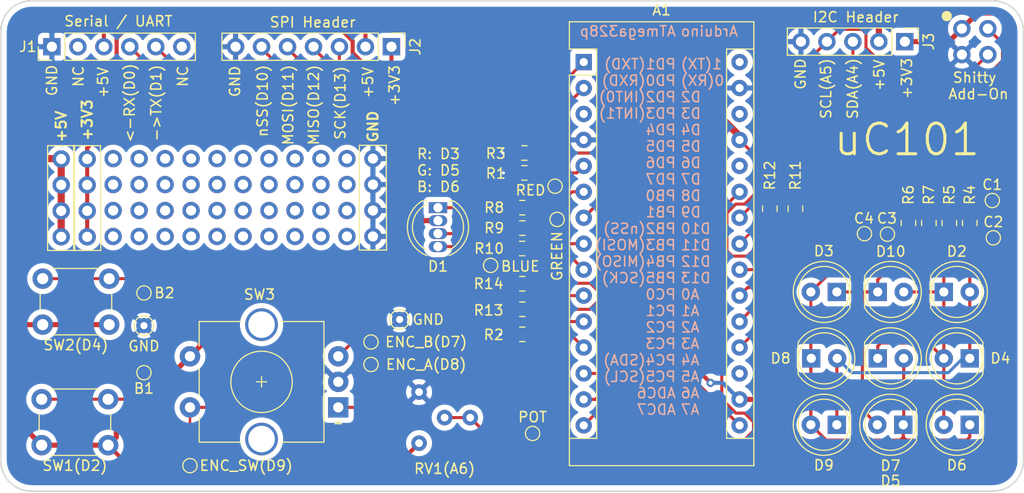
<source format=kicad_pcb>
(kicad_pcb (version 20171130) (host pcbnew 5.1.2-f72e74a~84~ubuntu18.04.1)
  (layers (0 F.Cu signal) (31 B.Cu signal) (34 B.Paste user) (35 F.Paste user) (36 B.SilkS user) (37 F.SilkS user) (38 B.Mask user) (39 F.Mask user) (44 Edge.Cuts user))
  (net 0 "")
  (net 1 /TX)
  (net 2 /RX)
  (net 3 /CHARILE_1)
  (net 4 GND)
  (net 5 /CHARILE_2)
  (net 6 /BUTTON_1)
  (net 7 /CHARILE_3)
  (net 8 /LED_RED)
  (net 9 /CHARILE_4)
  (net 10 /BUTTON_2)
  (net 11 /SDA)
  (net 12 /LED_GREEN)
  (net 13 /SCL)
  (net 14 /LED_BLUE)
  (net 15 /POT)
  (net 16 /ENCODER_A)
  (net 17 /ENCODER_B)
  (net 18 +5V)
  (net 19 /ENCODER_SW)
  (net 20 /MOSI)
  (net 21 /MISO)
  (net 22 /SCK)
  (net 23 "Net-(D1-Pad1)")
  (net 24 "Net-(D10-Pad2)")
  (net 25 "Net-(D2-Pad2)")
  (net 26 "Net-(D10-Pad1)")
  (net 27 "Net-(D3-Pad2)")
  (net 28 "Net-(D1-Pad3)")
  (net 29 "Net-(D1-Pad4)")
  (net 30 +3V3)
  (net 31 /nSS)
  (module Module:Arduino_Nano (layer F.Cu) (at 220 61)
    (fp_text reference A1 (at 7.62 -5.08) (layer F.SilkS))
    (fp_text value Arduino_Nano_v3.x)
    (pad 1 thru_hole rect (at 0 0) (size 1.6 1.6) (drill 0.8) (layers *.Cu *.Mask) (net 1 /TX))
    (pad 17 thru_hole oval (at 15.24 33.02) (size 1.6 1.6) (drill 0.8) (layers *.Cu *.Mask) (net 30 +3V3))
    (pad 2 thru_hole oval (at 0 2.54) (size 1.6 1.6) (drill 0.8) (layers *.Cu *.Mask) (net 2 /RX))
    (pad 18 thru_hole oval (at 15.24 30.48) (size 1.6 1.6) (drill 0.8) (layers *.Cu *.Mask))
    (pad 3 thru_hole oval (at 0 5.08) (size 1.6 1.6) (drill 0.8) (layers *.Cu *.Mask))
    (pad 19 thru_hole oval (at 15.24 27.94) (size 1.6 1.6) (drill 0.8) (layers *.Cu *.Mask) (net 7 /CHARILE_3))
    (pad 4 thru_hole oval (at 0 7.62) (size 1.6 1.6) (drill 0.8) (layers *.Cu *.Mask) (net 4 GND))
    (pad 20 thru_hole oval (at 15.24 25.4) (size 1.6 1.6) (drill 0.8) (layers *.Cu *.Mask) (net 9 /CHARILE_4))
    (pad 5 thru_hole oval (at 0 10.16) (size 1.6 1.6) (drill 0.8) (layers *.Cu *.Mask) (net 6 /BUTTON_1))
    (pad 21 thru_hole oval (at 15.24 22.86) (size 1.6 1.6) (drill 0.8) (layers *.Cu *.Mask) (net 5 /CHARILE_2))
    (pad 6 thru_hole oval (at 0 12.7) (size 1.6 1.6) (drill 0.8) (layers *.Cu *.Mask) (net 8 /LED_RED))
    (pad 22 thru_hole oval (at 15.24 20.32) (size 1.6 1.6) (drill 0.8) (layers *.Cu *.Mask) (net 3 /CHARILE_1))
    (pad 7 thru_hole oval (at 0 15.24) (size 1.6 1.6) (drill 0.8) (layers *.Cu *.Mask) (net 10 /BUTTON_2))
    (pad 23 thru_hole oval (at 15.24 17.78) (size 1.6 1.6) (drill 0.8) (layers *.Cu *.Mask) (net 11 /SDA))
    (pad 8 thru_hole oval (at 0 17.78) (size 1.6 1.6) (drill 0.8) (layers *.Cu *.Mask) (net 12 /LED_GREEN))
    (pad 24 thru_hole oval (at 15.24 15.24) (size 1.6 1.6) (drill 0.8) (layers *.Cu *.Mask) (net 13 /SCL))
    (pad 9 thru_hole oval (at 0 20.32) (size 1.6 1.6) (drill 0.8) (layers *.Cu *.Mask) (net 14 /LED_BLUE))
    (pad 25 thru_hole oval (at 15.24 12.7) (size 1.6 1.6) (drill 0.8) (layers *.Cu *.Mask) (net 15 /POT))
    (pad 10 thru_hole oval (at 0 22.86) (size 1.6 1.6) (drill 0.8) (layers *.Cu *.Mask) (net 17 /ENCODER_B))
    (pad 26 thru_hole oval (at 15.24 10.16) (size 1.6 1.6) (drill 0.8) (layers *.Cu *.Mask))
    (pad 11 thru_hole oval (at 0 25.4) (size 1.6 1.6) (drill 0.8) (layers *.Cu *.Mask) (net 16 /ENCODER_A))
    (pad 27 thru_hole oval (at 15.24 7.62) (size 1.6 1.6) (drill 0.8) (layers *.Cu *.Mask) (net 18 +5V))
    (pad 12 thru_hole oval (at 0 27.94) (size 1.6 1.6) (drill 0.8) (layers *.Cu *.Mask) (net 19 /ENCODER_SW))
    (pad 28 thru_hole oval (at 15.24 5.08) (size 1.6 1.6) (drill 0.8) (layers *.Cu *.Mask))
    (pad 13 thru_hole oval (at 0 30.48) (size 1.6 1.6) (drill 0.8) (layers *.Cu *.Mask) (net 31 /nSS))
    (pad 29 thru_hole oval (at 15.24 2.54) (size 1.6 1.6) (drill 0.8) (layers *.Cu *.Mask) (net 4 GND))
    (pad 14 thru_hole oval (at 0 33.02) (size 1.6 1.6) (drill 0.8) (layers *.Cu *.Mask) (net 20 /MOSI))
    (pad 30 thru_hole oval (at 15.24 0) (size 1.6 1.6) (drill 0.8) (layers *.Cu *.Mask))
    (pad 15 thru_hole oval (at 0 35.56) (size 1.6 1.6) (drill 0.8) (layers *.Cu *.Mask) (net 21 /MISO))
    (pad 16 thru_hole oval (at 15.24 35.56) (size 1.6 1.6) (drill 0.8) (layers *.Cu *.Mask) (net 22 /SCK))
  )
  (module Connector_PinHeader_2.54mm:PinHeader_1x05_P2.54mm_Vertical (layer F.Cu) (at 251.4 59 270)
    (fp_text reference J3 (at 0 -2.33 270) (layer F.SilkS))
    (fp_text value "I2C Header" (at -2.4 4.8) (layer F.SilkS))
    (pad 5 thru_hole oval (at 0 10.16 270) (size 1.7 1.7) (drill 1) (layers *.Cu *.Mask) (net 4 GND))
    (pad 4 thru_hole oval (at 0 7.62 270) (size 1.7 1.7) (drill 1) (layers *.Cu *.Mask) (net 13 /SCL))
    (pad 3 thru_hole oval (at 0 5.08 270) (size 1.7 1.7) (drill 1) (layers *.Cu *.Mask) (net 11 /SDA))
    (pad 2 thru_hole oval (at 0 2.54 270) (size 1.7 1.7) (drill 1) (layers *.Cu *.Mask) (net 18 +5V))
    (pad 1 thru_hole rect (at 0 0 270) (size 1.7 1.7) (drill 1) (layers *.Cu *.Mask) (net 30 +3V3))
  )
  (module TestPoint:TestPoint_Pad_D1.0mm (layer F.Cu) (at 181.5 100.5)
    (fp_text reference TP15)
    (fp_text value "ENC_SW(D9)" (at 5.5 0 180) (layer F.SilkS))
    (pad 1 smd circle (at 0 0) (size 1 1) (layers F.Cu F.Mask) (net 19 /ENCODER_SW))
  )
  (module Connector_PinHeader_2.54mm:PinHeader_1x07_P2.54mm_Vertical (layer F.Cu) (at 201.2 59.5 270)
    (fp_text reference J2 (at 0 -2.33 270) (layer F.SilkS))
    (fp_text value "SPI Header" (at -2.4 7.7) (layer F.SilkS))
    (pad 7 thru_hole oval (at 0 15.24 270) (size 1.7 1.7) (drill 1) (layers *.Cu *.Mask) (net 4 GND))
    (pad 6 thru_hole oval (at 0 12.7 270) (size 1.7 1.7) (drill 1) (layers *.Cu *.Mask) (net 31 /nSS))
    (pad 5 thru_hole oval (at 0 10.16 270) (size 1.7 1.7) (drill 1) (layers *.Cu *.Mask) (net 20 /MOSI))
    (pad 4 thru_hole oval (at 0 7.62 270) (size 1.7 1.7) (drill 1) (layers *.Cu *.Mask) (net 21 /MISO))
    (pad 3 thru_hole oval (at 0 5.08 270) (size 1.7 1.7) (drill 1) (layers *.Cu *.Mask) (net 22 /SCK))
    (pad 2 thru_hole oval (at 0 2.54 270) (size 1.7 1.7) (drill 1) (layers *.Cu *.Mask) (net 18 +5V))
    (pad 1 thru_hole rect (at 0 0 270) (size 1.7 1.7) (drill 1) (layers *.Cu *.Mask) (net 30 +3V3))
  )
  (module uC101:PinHole_1x04_P2.54mm_Vertical (layer F.Cu) (at 171.45 70.485)
    (fp_text reference J11 hide)
    (fp_text value Conn_01x04)
    (pad 1 thru_hole oval (at 0 0) (size 1.7 1.7) (drill 1) (layers *.Cu *.Mask) (net 30 +3V3))
    (pad 4 thru_hole oval (at 0 7.62) (size 1.7 1.7) (drill 1) (layers *.Cu *.Mask) (net 30 +3V3))
    (pad 3 thru_hole oval (at 0 5.08) (size 1.7 1.7) (drill 1) (layers *.Cu *.Mask) (net 30 +3V3))
    (pad 2 thru_hole oval (at 0 2.54) (size 1.7 1.7) (drill 1) (layers *.Cu *.Mask) (net 30 +3V3))
  )
  (module uC101:PinHole_1x04_P2.54mm_Vertical (layer F.Cu) (at 168.91 70.485)
    (fp_text reference J10 hide)
    (fp_text value Conn_01x04)
    (pad 1 thru_hole oval (at 0 0) (size 1.7 1.7) (drill 1) (layers *.Cu *.Mask) (net 18 +5V))
    (pad 4 thru_hole oval (at 0 7.62) (size 1.7 1.7) (drill 1) (layers *.Cu *.Mask) (net 18 +5V))
    (pad 3 thru_hole oval (at 0 5.08) (size 1.7 1.7) (drill 1) (layers *.Cu *.Mask) (net 18 +5V))
    (pad 2 thru_hole oval (at 0 2.54) (size 1.7 1.7) (drill 1) (layers *.Cu *.Mask) (net 18 +5V))
  )
  (module uC101:PinHole_1x04_P2.54mm_Vertical (layer F.Cu) (at 199.39 70.45)
    (fp_text reference J9 hide)
    (fp_text value Conn_01x04)
    (pad 1 thru_hole oval (at 0 0) (size 1.7 1.7) (drill 1) (layers *.Cu *.Mask) (net 4 GND))
    (pad 4 thru_hole oval (at 0 7.62) (size 1.7 1.7) (drill 1) (layers *.Cu *.Mask) (net 4 GND))
    (pad 3 thru_hole oval (at 0 5.08) (size 1.7 1.7) (drill 1) (layers *.Cu *.Mask) (net 4 GND))
    (pad 2 thru_hole oval (at 0 2.54) (size 1.7 1.7) (drill 1) (layers *.Cu *.Mask) (net 4 GND))
  )
  (module uC101:PinHole_1x10_P2.54mm_Vertical (layer F.Cu) (at 173.99 70.45 90)
    (fp_text reference J8 hide)
    (fp_text value Conn_01x10)
    (pad 1 thru_hole oval (at 0 0 90) (size 1.7 1.7) (drill 1) (layers *.Cu *.Mask))
    (pad 10 thru_hole oval (at 0 22.86 90) (size 1.7 1.7) (drill 1) (layers *.Cu *.Mask))
    (pad 9 thru_hole oval (at 0 20.32 90) (size 1.7 1.7) (drill 1) (layers *.Cu *.Mask))
    (pad 8 thru_hole oval (at 0 17.78 90) (size 1.7 1.7) (drill 1) (layers *.Cu *.Mask))
    (pad 7 thru_hole oval (at 0 15.24 90) (size 1.7 1.7) (drill 1) (layers *.Cu *.Mask))
    (pad 6 thru_hole oval (at 0 12.7 90) (size 1.7 1.7) (drill 1) (layers *.Cu *.Mask))
    (pad 5 thru_hole oval (at 0 10.16 90) (size 1.7 1.7) (drill 1) (layers *.Cu *.Mask))
    (pad 4 thru_hole oval (at 0 7.62 90) (size 1.7 1.7) (drill 1) (layers *.Cu *.Mask))
    (pad 3 thru_hole oval (at 0 5.08 90) (size 1.7 1.7) (drill 1) (layers *.Cu *.Mask))
    (pad 2 thru_hole oval (at 0 2.54 90) (size 1.7 1.7) (drill 1) (layers *.Cu *.Mask))
  )
  (module uC101:PinHole_1x10_P2.54mm_Vertical (layer F.Cu) (at 173.99 78.07 90)
    (fp_text reference J7 hide)
    (fp_text value Conn_01x10)
    (pad 1 thru_hole oval (at 0 0 90) (size 1.7 1.7) (drill 1) (layers *.Cu *.Mask))
    (pad 10 thru_hole oval (at 0 22.86 90) (size 1.7 1.7) (drill 1) (layers *.Cu *.Mask))
    (pad 9 thru_hole oval (at 0 20.32 90) (size 1.7 1.7) (drill 1) (layers *.Cu *.Mask))
    (pad 8 thru_hole oval (at 0 17.78 90) (size 1.7 1.7) (drill 1) (layers *.Cu *.Mask))
    (pad 7 thru_hole oval (at 0 15.24 90) (size 1.7 1.7) (drill 1) (layers *.Cu *.Mask))
    (pad 6 thru_hole oval (at 0 12.7 90) (size 1.7 1.7) (drill 1) (layers *.Cu *.Mask))
    (pad 5 thru_hole oval (at 0 10.16 90) (size 1.7 1.7) (drill 1) (layers *.Cu *.Mask))
    (pad 4 thru_hole oval (at 0 7.62 90) (size 1.7 1.7) (drill 1) (layers *.Cu *.Mask))
    (pad 3 thru_hole oval (at 0 5.08 90) (size 1.7 1.7) (drill 1) (layers *.Cu *.Mask))
    (pad 2 thru_hole oval (at 0 2.54 90) (size 1.7 1.7) (drill 1) (layers *.Cu *.Mask))
  )
  (module uC101:PinHole_1x10_P2.54mm_Vertical (layer F.Cu) (at 173.99 75.53 90)
    (fp_text reference J6 hide)
    (fp_text value Conn_01x10)
    (pad 1 thru_hole oval (at 0 0 90) (size 1.7 1.7) (drill 1) (layers *.Cu *.Mask))
    (pad 10 thru_hole oval (at 0 22.86 90) (size 1.7 1.7) (drill 1) (layers *.Cu *.Mask))
    (pad 9 thru_hole oval (at 0 20.32 90) (size 1.7 1.7) (drill 1) (layers *.Cu *.Mask))
    (pad 8 thru_hole oval (at 0 17.78 90) (size 1.7 1.7) (drill 1) (layers *.Cu *.Mask))
    (pad 7 thru_hole oval (at 0 15.24 90) (size 1.7 1.7) (drill 1) (layers *.Cu *.Mask))
    (pad 6 thru_hole oval (at 0 12.7 90) (size 1.7 1.7) (drill 1) (layers *.Cu *.Mask))
    (pad 5 thru_hole oval (at 0 10.16 90) (size 1.7 1.7) (drill 1) (layers *.Cu *.Mask))
    (pad 4 thru_hole oval (at 0 7.62 90) (size 1.7 1.7) (drill 1) (layers *.Cu *.Mask))
    (pad 3 thru_hole oval (at 0 5.08 90) (size 1.7 1.7) (drill 1) (layers *.Cu *.Mask))
    (pad 2 thru_hole oval (at 0 2.54 90) (size 1.7 1.7) (drill 1) (layers *.Cu *.Mask))
  )
  (module uC101:PinHole_1x10_P2.54mm_Vertical (layer F.Cu) (at 173.99 72.99 90)
    (fp_text reference J5 hide)
    (fp_text value Conn_01x10)
    (pad 1 thru_hole oval (at 0 0 90) (size 1.7 1.7) (drill 1) (layers *.Cu *.Mask))
    (pad 10 thru_hole oval (at 0 22.86 90) (size 1.7 1.7) (drill 1) (layers *.Cu *.Mask))
    (pad 9 thru_hole oval (at 0 20.32 90) (size 1.7 1.7) (drill 1) (layers *.Cu *.Mask))
    (pad 8 thru_hole oval (at 0 17.78 90) (size 1.7 1.7) (drill 1) (layers *.Cu *.Mask))
    (pad 7 thru_hole oval (at 0 15.24 90) (size 1.7 1.7) (drill 1) (layers *.Cu *.Mask))
    (pad 6 thru_hole oval (at 0 12.7 90) (size 1.7 1.7) (drill 1) (layers *.Cu *.Mask))
    (pad 5 thru_hole oval (at 0 10.16 90) (size 1.7 1.7) (drill 1) (layers *.Cu *.Mask))
    (pad 4 thru_hole oval (at 0 7.62 90) (size 1.7 1.7) (drill 1) (layers *.Cu *.Mask))
    (pad 3 thru_hole oval (at 0 5.08 90) (size 1.7 1.7) (drill 1) (layers *.Cu *.Mask))
    (pad 2 thru_hole oval (at 0 2.54 90) (size 1.7 1.7) (drill 1) (layers *.Cu *.Mask))
  )
  (module TestPoint:TestPoint_THTPad_D1.5mm_Drill0.7mm (layer F.Cu) (at 177 86.8)
    (fp_text reference TP14 hide)
    (fp_text value GND (at 0 2) (layer F.SilkS))
    (pad 1 thru_hole circle (at 0 0) (size 1.5 1.5) (drill 0.7) (layers *.Cu *.Mask) (net 4 GND))
  )
  (module TestPoint:TestPoint_THTPad_D1.5mm_Drill0.7mm (layer F.Cu) (at 202 86.2)
    (fp_text reference TP13 hide)
    (fp_text value GND (at 2.8 0) (layer F.SilkS))
    (pad 1 thru_hole circle (at 0 0) (size 1.5 1.5) (drill 0.7) (layers *.Cu *.Mask) (net 4 GND))
  )
  (module TestPoint:TestPoint_Pad_D1.0mm (layer F.Cu) (at 215 97.35)
    (fp_text reference TP12 hide)
    (fp_text value POT (at 0 -1.6) (layer F.SilkS))
    (pad 1 smd circle (at 0 0) (size 1 1) (layers F.Cu F.Mask) (net 15 /POT))
  )
  (module TestPoint:TestPoint_Pad_D1.0mm (layer F.Cu) (at 217.4 76.4)
    (fp_text reference TP11 hide)
    (fp_text value GREEN (at 0 3.6 90) (layer F.SilkS))
    (pad 1 smd circle (at 0 0) (size 1 1) (layers F.Cu F.Mask) (net 12 /LED_GREEN))
  )
  (module TestPoint:TestPoint_Pad_D1.0mm (layer F.Cu) (at 210.9 80.9)
    (fp_text reference TP10 hide)
    (fp_text value BLUE (at 2.9 0.1) (layer F.SilkS))
    (pad 1 smd circle (at 0 0) (size 1 1) (layers F.Cu F.Mask) (net 14 /LED_BLUE))
  )
  (module TestPoint:TestPoint_Pad_D1.0mm (layer F.Cu) (at 217.2 73.15)
    (fp_text reference TP9 hide)
    (fp_text value RED (at -2.4 0.4) (layer F.SilkS))
    (pad 1 smd circle (at 0 0) (size 1 1) (layers F.Cu F.Mask) (net 8 /LED_RED))
  )
  (module TestPoint:TestPoint_Pad_D1.0mm (layer F.Cu) (at 247.45 77.8)
    (fp_text reference TP8 hide)
    (fp_text value C4 (at -0.05 -1.5) (layer F.SilkS))
    (pad 1 smd circle (at 0 0) (size 1 1) (layers F.Cu F.Mask) (net 26 "Net-(D10-Pad1)"))
  )
  (module TestPoint:TestPoint_Pad_D1.0mm (layer F.Cu) (at 249.7 77.85)
    (fp_text reference TP7 hide)
    (fp_text value C3 (at -0.05 -1.55) (layer F.SilkS))
    (pad 1 smd circle (at 0 0) (size 1 1) (layers F.Cu F.Mask) (net 27 "Net-(D3-Pad2)"))
  )
  (module TestPoint:TestPoint_Pad_D1.0mm (layer F.Cu) (at 260.05 78.2)
    (fp_text reference TP6 hide)
    (fp_text value C2 (at 0 -1.55) (layer F.SilkS))
    (pad 1 smd circle (at 0 0) (size 1 1) (layers F.Cu F.Mask) (net 24 "Net-(D10-Pad2)"))
  )
  (module TestPoint:TestPoint_Pad_D1.0mm (layer F.Cu) (at 259.95 74.55)
    (fp_text reference TP5 hide)
    (fp_text value C1 (at 0 -1.55) (layer F.SilkS))
    (pad 1 smd circle (at 0 0) (size 1 1) (layers F.Cu F.Mask) (net 25 "Net-(D2-Pad2)"))
  )
  (module TestPoint:TestPoint_Pad_D1.0mm (layer F.Cu) (at 177 83.6)
    (fp_text reference TP4 hide)
    (fp_text value B2 (at 2 0) (layer F.SilkS))
    (pad 1 smd circle (at 0 0) (size 1 1) (layers F.Cu F.Mask) (net 10 /BUTTON_2))
  )
  (module TestPoint:TestPoint_Pad_D1.0mm (layer F.Cu) (at 199.2 90.6)
    (fp_text reference TP3 hide)
    (fp_text value "ENC_A(D8)" (at 5.4 0) (layer F.SilkS))
    (pad 1 smd circle (at 0 0) (size 1 1) (layers F.Cu F.Mask) (net 16 /ENCODER_A))
  )
  (module TestPoint:TestPoint_Pad_D1.0mm (layer F.Cu) (at 177 91.4)
    (fp_text reference TP2 hide)
    (fp_text value B1 (at 0 1.55) (layer F.SilkS))
    (pad 1 smd circle (at 0 0) (size 1 1) (layers F.Cu F.Mask) (net 6 /BUTTON_1))
  )
  (module TestPoint:TestPoint_Pad_D1.0mm (layer F.Cu) (at 199.2 88.4)
    (fp_text reference TP1 hide)
    (fp_text value "ENC_B(D7)" (at 5.4 0) (layer F.SilkS))
    (pad 1 smd circle (at 0 0) (size 1 1) (layers F.Cu F.Mask) (net 17 /ENCODER_B))
  )
  (module Resistor_SMD:R_0805_2012Metric_Pad1.15x1.40mm_HandSolder (layer F.Cu) (at 214 82.7)
    (fp_text reference R14 (at -3.3 0) (layer F.SilkS))
    (fp_text value 10K)
    (pad 2 smd roundrect (at 1.025 0) (size 1.15 1.4) (layers F.Cu F.Paste F.Mask) (roundrect_rratio 0.217391) (net 17 /ENCODER_B))
    (pad 1 smd roundrect (at -1.025 0) (size 1.15 1.4) (layers F.Cu F.Paste F.Mask) (roundrect_rratio 0.217391) (net 18 +5V))
  )
  (module Resistor_SMD:R_0805_2012Metric_Pad1.15x1.40mm_HandSolder (layer F.Cu) (at 214 85.2)
    (fp_text reference R13 (at -3.3 0.1) (layer F.SilkS))
    (fp_text value 10K)
    (pad 2 smd roundrect (at 1.025 0) (size 1.15 1.4) (layers F.Cu F.Paste F.Mask) (roundrect_rratio 0.217391) (net 16 /ENCODER_A))
    (pad 1 smd roundrect (at -1.025 0) (size 1.15 1.4) (layers F.Cu F.Paste F.Mask) (roundrect_rratio 0.217391) (net 18 +5V))
  )
  (module Resistor_SMD:R_0805_2012Metric_Pad1.15x1.40mm_HandSolder (layer F.Cu) (at 238.2 75.35 90)
    (fp_text reference R12 (at 3.25 0 90) (layer F.SilkS))
    (fp_text value 4K7)
    (pad 2 smd roundrect (at 1.025 0 90) (size 1.15 1.4) (layers F.Cu F.Paste F.Mask) (roundrect_rratio 0.217391) (net 13 /SCL))
    (pad 1 smd roundrect (at -1.025 0 90) (size 1.15 1.4) (layers F.Cu F.Paste F.Mask) (roundrect_rratio 0.217391) (net 18 +5V))
  )
  (module Resistor_SMD:R_0805_2012Metric_Pad1.15x1.40mm_HandSolder (layer F.Cu) (at 240.7 75.35 90)
    (fp_text reference R11 (at 3.25 0 90) (layer F.SilkS))
    (fp_text value 4K7)
    (pad 2 smd roundrect (at 1.025 0 90) (size 1.15 1.4) (layers F.Cu F.Paste F.Mask) (roundrect_rratio 0.217391) (net 11 /SDA))
    (pad 1 smd roundrect (at -1.025 0 90) (size 1.15 1.4) (layers F.Cu F.Paste F.Mask) (roundrect_rratio 0.217391) (net 18 +5V))
  )
  (module uC101:PotentiometerAliExpress (layer F.Cu) (at 206.4 95.8 270)
    (fp_text reference "RV1(A6)" (at 5 0) (layer F.SilkS))
    (fp_text value "10K Pot")
    (pad 1 thru_hole circle (at -2.5 2.5 270) (size 1.524 1.524) (drill 0.762) (layers *.Cu *.Mask) (net 4 GND))
    (pad 3 thru_hole circle (at 2.5 2.5 270) (size 1.524 1.524) (drill 0.762) (layers *.Cu *.Mask) (net 18 +5V))
    (pad 2 thru_hole circle (at 0 0 270) (size 1.524 1.524) (drill 0.762) (layers *.Cu *.Mask) (net 15 /POT))
    (pad 2 thru_hole circle (at 0 -2.5 270) (size 1.524 1.524) (drill 0.762) (layers *.Cu *.Mask) (net 15 /POT))
  )
  (module Rotary_Encoder:RotaryEncoder_Alps_EC11E-Switch_Vertical_H20mm_CircularMountingHoles (layer F.Cu) (at 196 94.8 180)
    (fp_text reference SW3 (at 7.7 11.05 180) (layer F.SilkS))
    (fp_text value Rotary_Encoder_Switch)
    (pad S1 thru_hole circle (at 14.5 5 180) (size 2 2) (drill 1) (layers *.Cu *.Mask) (net 18 +5V))
    (pad S2 thru_hole circle (at 14.5 0 180) (size 2 2) (drill 1) (layers *.Cu *.Mask) (net 19 /ENCODER_SW))
    (pad MP thru_hole circle (at 7.5 8.1 180) (size 3.2 3.2) (drill 2.6) (layers *.Cu *.Mask))
    (pad MP thru_hole circle (at 7.5 -3.1 180) (size 3.2 3.2) (drill 2.6) (layers *.Cu *.Mask))
    (pad B thru_hole circle (at 0 5 180) (size 2 2) (drill 1) (layers *.Cu *.Mask) (net 17 /ENCODER_B))
    (pad C thru_hole circle (at 0 2.5 180) (size 2 2) (drill 1) (layers *.Cu *.Mask) (net 4 GND))
    (pad A thru_hole rect (at 0 0 180) (size 2 2) (drill 1) (layers *.Cu *.Mask) (net 16 /ENCODER_A))
  )
  (module uC101:SAO (layer F.Cu) (at 258.25 59)
    (fp_text reference J4)
    (fp_text value SAO_Conn)
    (pad 4 thru_hole circle (at 1.27 -1.27 270) (size 1.7 1.7) (drill 1) (layers *.Cu *.Mask) (net 11 /SDA))
    (pad 1 thru_hole circle (at -1.27 -1.27 270) (size 1.7 1.7) (drill 1) (layers *.Cu *.Mask) (net 30 +3V3))
    (pad 3 thru_hole circle (at 1.27 1.27 270) (size 1.7 1.7) (drill 1) (layers *.Cu *.Mask) (net 13 /SCL))
    (pad 2 thru_hole circle (at -1.27 1.27 270) (size 1.7 1.7) (drill 1) (layers *.Cu *.Mask) (net 4 GND))
  )
  (module LED_THT:LED_D5.0mm-4_RGB (layer F.Cu) (at 205.75 75.25 270)
    (fp_text reference D1 (at 5.75 0) (layer F.SilkS))
    (fp_text value LED_RAGB)
    (pad 4 thru_hole oval (at 3.81 0 270) (size 1.07 1.8) (drill 0.9) (layers *.Cu *.Mask) (net 29 "Net-(D1-Pad4)"))
    (pad 3 thru_hole oval (at 2.54 0 270) (size 1.07 1.8) (drill 0.9) (layers *.Cu *.Mask) (net 28 "Net-(D1-Pad3)"))
    (pad 2 thru_hole oval (at 1.27 0 270) (size 1.07 1.8) (drill 0.9) (layers *.Cu *.Mask) (net 18 +5V))
    (pad 1 thru_hole rect (at 0 0 270) (size 1.07 1.8) (drill 0.9) (layers *.Cu *.Mask) (net 23 "Net-(D1-Pad1)"))
  )
  (module LED_THT:LED_D5.0mm (layer F.Cu) (at 255.21 83.5)
    (fp_text reference D2 (at 1.27 -3.96) (layer F.SilkS))
    (fp_text value LED)
    (pad 1 thru_hole rect (at 0 0) (size 1.8 1.8) (drill 0.9) (layers *.Cu *.Mask) (net 24 "Net-(D10-Pad2)"))
    (pad 2 thru_hole circle (at 2.54 0) (size 1.8 1.8) (drill 0.9) (layers *.Cu *.Mask) (net 25 "Net-(D2-Pad2)"))
  )
  (module LED_THT:LED_D5.0mm (layer F.Cu) (at 244.75 83.5 180)
    (fp_text reference D3 (at 1.27 4 180) (layer F.SilkS))
    (fp_text value LED)
    (pad 1 thru_hole rect (at 0 0 180) (size 1.8 1.8) (drill 0.9) (layers *.Cu *.Mask) (net 26 "Net-(D10-Pad1)"))
    (pad 2 thru_hole circle (at 2.54 0 180) (size 1.8 1.8) (drill 0.9) (layers *.Cu *.Mask) (net 27 "Net-(D3-Pad2)"))
  )
  (module LED_THT:LED_D5.0mm (layer F.Cu) (at 257.75 90 180)
    (fp_text reference D4 (at -3 0 180) (layer F.SilkS))
    (fp_text value LED)
    (pad 2 thru_hole circle (at 2.54 0 180) (size 1.8 1.8) (drill 0.9) (layers *.Cu *.Mask) (net 24 "Net-(D10-Pad2)"))
    (pad 1 thru_hole rect (at 0 0 180) (size 1.8 1.8) (drill 0.9) (layers *.Cu *.Mask) (net 25 "Net-(D2-Pad2)"))
  )
  (module LED_THT:LED_D5.0mm (layer F.Cu) (at 251.25 96.5 180)
    (fp_text reference D5 (at 1.25 -5.5 180) (layer F.SilkS))
    (fp_text value LED)
    (pad 2 thru_hole circle (at 2.54 0 180) (size 1.8 1.8) (drill 0.9) (layers *.Cu *.Mask) (net 26 "Net-(D10-Pad1)"))
    (pad 1 thru_hole rect (at 0 0 180) (size 1.8 1.8) (drill 0.9) (layers *.Cu *.Mask) (net 27 "Net-(D3-Pad2)"))
  )
  (module LED_THT:LED_D5.0mm (layer F.Cu) (at 257.75 96.5 180)
    (fp_text reference D6 (at 1.27 -3.96 180) (layer F.SilkS))
    (fp_text value LED)
    (pad 1 thru_hole rect (at 0 0 180) (size 1.8 1.8) (drill 0.9) (layers *.Cu *.Mask) (net 27 "Net-(D3-Pad2)"))
    (pad 2 thru_hole circle (at 2.54 0 180) (size 1.8 1.8) (drill 0.9) (layers *.Cu *.Mask) (net 24 "Net-(D10-Pad2)"))
  )
  (module LED_THT:LED_D5.0mm (layer F.Cu) (at 248.75 90)
    (fp_text reference D7 (at 1.25 10.5) (layer F.SilkS))
    (fp_text value LED)
    (pad 2 thru_hole circle (at 2.54 0) (size 1.8 1.8) (drill 0.9) (layers *.Cu *.Mask) (net 27 "Net-(D3-Pad2)"))
    (pad 1 thru_hole rect (at 0 0) (size 1.8 1.8) (drill 0.9) (layers *.Cu *.Mask) (net 24 "Net-(D10-Pad2)"))
  )
  (module LED_THT:LED_D5.0mm (layer F.Cu) (at 242.25 90)
    (fp_text reference D8 (at -3 0) (layer F.SilkS))
    (fp_text value LED)
    (pad 1 thru_hole rect (at 0 0) (size 1.8 1.8) (drill 0.9) (layers *.Cu *.Mask) (net 27 "Net-(D3-Pad2)"))
    (pad 2 thru_hole circle (at 2.54 0) (size 1.8 1.8) (drill 0.9) (layers *.Cu *.Mask) (net 25 "Net-(D2-Pad2)"))
  )
  (module LED_THT:LED_D5.0mm (layer F.Cu) (at 244.75 96.5 180)
    (fp_text reference D9 (at 1.27 -3.96 180) (layer F.SilkS))
    (fp_text value LED)
    (pad 1 thru_hole rect (at 0 0 180) (size 1.8 1.8) (drill 0.9) (layers *.Cu *.Mask) (net 25 "Net-(D2-Pad2)"))
    (pad 2 thru_hole circle (at 2.54 0 180) (size 1.8 1.8) (drill 0.9) (layers *.Cu *.Mask) (net 27 "Net-(D3-Pad2)"))
  )
  (module LED_THT:LED_D5.0mm (layer F.Cu) (at 248.75 83.5)
    (fp_text reference D10 (at 1.27 -3.96) (layer F.SilkS))
    (fp_text value LED)
    (pad 2 thru_hole circle (at 2.54 0) (size 1.8 1.8) (drill 0.9) (layers *.Cu *.Mask) (net 24 "Net-(D10-Pad2)"))
    (pad 1 thru_hole rect (at 0 0) (size 1.8 1.8) (drill 0.9) (layers *.Cu *.Mask) (net 26 "Net-(D10-Pad1)"))
  )
  (module Connector_PinHeader_2.54mm:PinHeader_1x06_P2.54mm_Vertical (layer F.Cu) (at 168 59.5 90)
    (fp_text reference J1 (at 0 -2.35 180) (layer F.SilkS))
    (fp_text value "Serial / UART" (at 2.5 6.5 -180) (layer F.SilkS))
    (pad 6 thru_hole oval (at 0 12.7 90) (size 1.7 1.7) (drill 1) (layers *.Cu *.Mask))
    (pad 5 thru_hole oval (at 0 10.16 90) (size 1.7 1.7) (drill 1) (layers *.Cu *.Mask) (net 1 /TX))
    (pad 4 thru_hole oval (at 0 7.62 90) (size 1.7 1.7) (drill 1) (layers *.Cu *.Mask) (net 2 /RX))
    (pad 3 thru_hole oval (at 0 5.08 90) (size 1.7 1.7) (drill 1) (layers *.Cu *.Mask) (net 18 +5V))
    (pad 2 thru_hole oval (at 0 2.54 90) (size 1.7 1.7) (drill 1) (layers *.Cu *.Mask))
    (pad 1 thru_hole rect (at 0 0 90) (size 1.7 1.7) (drill 1) (layers *.Cu *.Mask) (net 4 GND))
  )
  (module Resistor_SMD:R_0805_2012Metric_Pad1.15x1.40mm_HandSolder (layer F.Cu) (at 214.2 71.85 180)
    (fp_text reference R1 (at 2.8 -0.05 180) (layer F.SilkS))
    (fp_text value 10K)
    (pad 2 smd roundrect (at 1.025 0 180) (size 1.15 1.4) (layers F.Cu F.Paste F.Mask) (roundrect_rratio 0.217391) (net 4 GND))
    (pad 1 smd roundrect (at -1.025 0 180) (size 1.15 1.4) (layers F.Cu F.Paste F.Mask) (roundrect_rratio 0.217391) (net 6 /BUTTON_1))
  )
  (module Resistor_SMD:R_0805_2012Metric_Pad1.15x1.40mm_HandSolder (layer F.Cu) (at 214 87.65 180)
    (fp_text reference R2 (at 2.8 -0.05 180) (layer F.SilkS))
    (fp_text value 10K)
    (pad 1 smd roundrect (at -1.025 0 180) (size 1.15 1.4) (layers F.Cu F.Paste F.Mask) (roundrect_rratio 0.217391) (net 19 /ENCODER_SW))
    (pad 2 smd roundrect (at 1.025 0 180) (size 1.15 1.4) (layers F.Cu F.Paste F.Mask) (roundrect_rratio 0.217391) (net 4 GND))
  )
  (module Resistor_SMD:R_0805_2012Metric_Pad1.15x1.40mm_HandSolder (layer F.Cu) (at 214.2 69.9 180)
    (fp_text reference R3 (at 2.8 -0.05 180) (layer F.SilkS))
    (fp_text value 10K)
    (pad 2 smd roundrect (at 1.025 0 180) (size 1.15 1.4) (layers F.Cu F.Paste F.Mask) (roundrect_rratio 0.217391) (net 4 GND))
    (pad 1 smd roundrect (at -1.025 0 180) (size 1.15 1.4) (layers F.Cu F.Paste F.Mask) (roundrect_rratio 0.217391) (net 10 /BUTTON_2))
  )
  (module Resistor_SMD:R_0805_2012Metric_Pad1.15x1.40mm_HandSolder (layer F.Cu) (at 257.75 76.75 90)
    (fp_text reference R4 (at 2.75 0 90) (layer F.SilkS))
    (fp_text value 330R)
    (pad 2 smd roundrect (at 1.025 0 90) (size 1.15 1.4) (layers F.Cu F.Paste F.Mask) (roundrect_rratio 0.217391) (net 3 /CHARILE_1))
    (pad 1 smd roundrect (at -1.025 0 90) (size 1.15 1.4) (layers F.Cu F.Paste F.Mask) (roundrect_rratio 0.217391) (net 25 "Net-(D2-Pad2)"))
  )
  (module Resistor_SMD:R_0805_2012Metric_Pad1.15x1.40mm_HandSolder (layer F.Cu) (at 255.75 76.75 90)
    (fp_text reference R5 (at 2.75 0 90) (layer F.SilkS))
    (fp_text value 330R)
    (pad 1 smd roundrect (at -1.025 0 90) (size 1.15 1.4) (layers F.Cu F.Paste F.Mask) (roundrect_rratio 0.217391) (net 24 "Net-(D10-Pad2)"))
    (pad 2 smd roundrect (at 1.025 0 90) (size 1.15 1.4) (layers F.Cu F.Paste F.Mask) (roundrect_rratio 0.217391) (net 5 /CHARILE_2))
  )
  (module Resistor_SMD:R_0805_2012Metric_Pad1.15x1.40mm_HandSolder (layer F.Cu) (at 251.75 76.75 90)
    (fp_text reference R6 (at 2.75 0 90) (layer F.SilkS))
    (fp_text value 330R)
    (pad 2 smd roundrect (at 1.025 0 90) (size 1.15 1.4) (layers F.Cu F.Paste F.Mask) (roundrect_rratio 0.217391) (net 7 /CHARILE_3))
    (pad 1 smd roundrect (at -1.025 0 90) (size 1.15 1.4) (layers F.Cu F.Paste F.Mask) (roundrect_rratio 0.217391) (net 27 "Net-(D3-Pad2)"))
  )
  (module Resistor_SMD:R_0805_2012Metric_Pad1.15x1.40mm_HandSolder (layer F.Cu) (at 253.75 76.75 90)
    (fp_text reference R7 (at 2.75 0 90) (layer F.SilkS))
    (fp_text value 330R)
    (pad 1 smd roundrect (at -1.025 0 90) (size 1.15 1.4) (layers F.Cu F.Paste F.Mask) (roundrect_rratio 0.217391) (net 26 "Net-(D10-Pad1)"))
    (pad 2 smd roundrect (at 1.025 0 90) (size 1.15 1.4) (layers F.Cu F.Paste F.Mask) (roundrect_rratio 0.217391) (net 9 /CHARILE_4))
  )
  (module Resistor_SMD:R_0805_2012Metric_Pad1.15x1.40mm_HandSolder (layer F.Cu) (at 214 75.25 180)
    (fp_text reference R8 (at 2.75 0 180) (layer F.SilkS))
    (fp_text value 330R)
    (pad 1 smd roundrect (at -1.025 0 180) (size 1.15 1.4) (layers F.Cu F.Paste F.Mask) (roundrect_rratio 0.217391) (net 8 /LED_RED))
    (pad 2 smd roundrect (at 1.025 0 180) (size 1.15 1.4) (layers F.Cu F.Paste F.Mask) (roundrect_rratio 0.217391) (net 23 "Net-(D1-Pad1)"))
  )
  (module Resistor_SMD:R_0805_2012Metric_Pad1.15x1.40mm_HandSolder (layer F.Cu) (at 214 77.25 180)
    (fp_text reference R9 (at 2.75 0 180) (layer F.SilkS))
    (fp_text value 330R)
    (pad 2 smd roundrect (at 1.025 0 180) (size 1.15 1.4) (layers F.Cu F.Paste F.Mask) (roundrect_rratio 0.217391) (net 28 "Net-(D1-Pad3)"))
    (pad 1 smd roundrect (at -1.025 0 180) (size 1.15 1.4) (layers F.Cu F.Paste F.Mask) (roundrect_rratio 0.217391) (net 12 /LED_GREEN))
  )
  (module Resistor_SMD:R_0805_2012Metric_Pad1.15x1.40mm_HandSolder (layer F.Cu) (at 213.975 79.25 180)
    (fp_text reference R10 (at 3.225 0 180) (layer F.SilkS))
    (fp_text value 330R)
    (pad 1 smd roundrect (at -1.025 0 180) (size 1.15 1.4) (layers F.Cu F.Paste F.Mask) (roundrect_rratio 0.217391) (net 14 /LED_BLUE))
    (pad 2 smd roundrect (at 1.025 0 180) (size 1.15 1.4) (layers F.Cu F.Paste F.Mask) (roundrect_rratio 0.217391) (net 29 "Net-(D1-Pad4)"))
  )
  (module Button_Switch_THT:SW_PUSH_6mm_H4.3mm (layer F.Cu) (at 173.5 98.5 180)
    (fp_text reference "SW1(D2)" (at 3.25 -2 180) (layer F.SilkS))
    (fp_text value SW_Push)
    (pad 1 thru_hole circle (at 6.5 0 270) (size 2 2) (drill 1.1) (layers *.Cu *.Mask) (net 18 +5V))
    (pad 2 thru_hole circle (at 6.5 4.5 270) (size 2 2) (drill 1.1) (layers *.Cu *.Mask) (net 6 /BUTTON_1))
    (pad 1 thru_hole circle (at 0 0 270) (size 2 2) (drill 1.1) (layers *.Cu *.Mask) (net 18 +5V))
    (pad 2 thru_hole circle (at 0 4.5 270) (size 2 2) (drill 1.1) (layers *.Cu *.Mask) (net 6 /BUTTON_1))
  )
  (module Button_Switch_THT:SW_PUSH_6mm_H4.3mm (layer F.Cu) (at 173.6 86.7 180)
    (fp_text reference "SW2(D4)" (at 3.25 -2 180) (layer F.SilkS))
    (fp_text value SW_Push)
    (pad 2 thru_hole circle (at 0 4.5 270) (size 2 2) (drill 1.1) (layers *.Cu *.Mask) (net 10 /BUTTON_2))
    (pad 1 thru_hole circle (at 0 0 270) (size 2 2) (drill 1.1) (layers *.Cu *.Mask) (net 18 +5V))
    (pad 2 thru_hole circle (at 6.5 4.5 270) (size 2 2) (drill 1.1) (layers *.Cu *.Mask) (net 10 /BUTTON_2))
    (pad 1 thru_hole circle (at 6.5 0 270) (size 2 2) (drill 1.1) (layers *.Cu *.Mask) (net 18 +5V))
  )
  (gr_text "ATmega328p\n\nPD1(TXD)\nPD0(RXD)\nPD2(INT0)\nPD3(INT1)\nPD4\nPD5\nPD6\nPD7\nPB0\nPB1\nPB2(nSS)\nPB3(MOSI)\nPB4(MISO)\nPB5(SCK)\nPC0\nPC1\nPC2\nPC3\nPC4(SDA)\nPC5(SCL)\nADC6\nADC7\n" (at 229.1 76.5) (layer B.SilkS) (effects (font (size 1 1)) (justify left mirror)))
  (gr_text "Arduino\n\n1(TX)\n0(RX)\nD2\nD3\nD4\nD5\nD6\nD7\nD8\nD9\nD10\nD11\nD12\nD13\nA0\nA1\nA2\nA3\nA4\nA5\nA6\nA7" (at 229.4 76.5) (layer B.SilkS) (effects (font (size 1 1)) (justify right mirror)))
  (gr_text +3V3 (at 201.5 63.3 90) (layer F.SilkS) (effects (font (size 1 1))))
  (gr_text NC (at 180.8 62.4 90) (layer F.SilkS) (effects (font (size 1 1))))
  (gr_text NC (at 170.6 62.4 90) (layer F.SilkS) (effects (font (size 1 1))))
  (gr_text +3V3 (at 251.6 62.6 90) (layer F.SilkS) (effects (font (size 1 1))))
  (gr_text "R: D3\nG: D5\nB: D6" (at 205.8 71.6) (layer F.SilkS) (effects (font (size 1 1))))
  (gr_text +3V3 (at 171.45 66.675 90) (layer F.SilkS) (effects (font (size 1 1) (thickness 0.2))))
  (gr_text GND (at 199.39 67.31 90) (layer F.SilkS) (effects (font (size 1 1) (thickness 0.2))))
  (gr_text +5V (at 168.91 67.31 90) (layer F.SilkS) (effects (font (size 1 1) (thickness 0.2))))
  (gr_text "Josh Johnson" (at 250.8 71.4) (layer F.Cu) (effects (font (size 1.5 1.5) (thickness 0.2))))
  (gr_text uC101 (at 251.6 68.6) (layer F.SilkS) (effects (font (size 3 3) (thickness 0.3))))
  (gr_text "Shitty \nAdd-On" (at 258.6 63.325) (layer F.SilkS) (effects (font (size 1 1))))
  (gr_text "SDA(A4)" (at 246.3 63.6 90) (layer F.SilkS) (effects (font (size 1 1))))
  (gr_text "SCL(A5)" (at 243.7 63.6 90) (layer F.SilkS) (effects (font (size 1 1))))
  (gr_text GND (at 241.2 62.175 90) (layer F.SilkS) (effects (font (size 1 1))))
  (gr_text GND (at 168 62.8 90) (layer F.SilkS) (effects (font (size 1 1))))
  (gr_text GND (at 185.9 62.9 90) (layer F.SilkS) (effects (font (size 1 1))))
  (gr_text +5V (at 248.9 62.275 90) (layer F.SilkS) (effects (font (size 1 1))))
  (gr_text +5V (at 198.9 63 90) (layer F.SilkS) (effects (font (size 1 1))))
  (gr_text +5V (at 173 63 90) (layer F.SilkS) (effects (font (size 1 1))))
  (gr_text "SCK(D13)" (at 196.2 65 90) (layer F.SilkS) (effects (font (size 1 1))))
  (gr_text "MISO(D12)" (at 193.6 65.2 90) (layer F.SilkS) (effects (font (size 1 1))))
  (gr_text "MOSI(D11)" (at 191.1 65.2 90) (layer F.SilkS) (effects (font (size 1 1))))
  (gr_text "nSS(D10)" (at 188.6 64.8 90) (layer F.SilkS) (effects (font (size 1 1))))
  (gr_text "<-RX(D0)" (at 175.6 65 90) (layer F.SilkS) (effects (font (size 1 1))))
  (gr_text "->TX(D1)" (at 178.2 65 90) (layer F.SilkS) (effects (font (size 1 1))))
  (gr_line (start 263 58) (end 263 100) (layer Edge.Cuts) (width 0.15))
  (gr_line (start 163 58) (end 163 100) (layer Edge.Cuts) (width 0.15))
  (gr_line (start 260 103) (end 166 103) (layer Edge.Cuts) (width 0.15))
  (gr_arc (start 166 58) (end 166 55) (angle -90) (layer Edge.Cuts) (width 0.15))
  (gr_arc (start 166 100) (end 163 100) (angle -90) (layer Edge.Cuts) (width 0.15))
  (gr_arc (start 260 100) (end 260 103) (angle -90) (layer Edge.Cuts) (width 0.15))
  (gr_arc (start 260 58) (end 263 58) (angle -90) (layer Edge.Cuts) (width 0.15))
  (gr_line (start 166 55) (end 260 55) (layer Edge.Cuts) (width 0.15))
  (segment (start 215.961813 65.038187) (end 220 61) (width 0.3) (layer F.Cu) (net 1))
  (segment (start 178.16 59.5) (end 183.698187 65.038187) (width 0.3) (layer F.Cu) (net 1))
  (segment (start 183.698187 65.038187) (end 215.961813 65.038187) (width 0.3) (layer F.Cu) (net 1))
  (segment (start 217.84 65.7) (end 220 63.54) (width 0.3) (layer F.Cu) (net 2))
  (segment (start 175.62 59.5) (end 181.82 65.7) (width 0.3) (layer F.Cu) (net 2))
  (segment (start 181.82 65.7) (end 217.84 65.7) (width 0.3) (layer F.Cu) (net 2))
  (segment (start 238.38 81.32) (end 245.90003 73.79997) (width 0.3) (layer F.Cu) (net 3))
  (segment (start 235.24 81.32) (end 238.38 81.32) (width 0.3) (layer F.Cu) (net 3))
  (segment (start 245.90003 73.79997) (end 255.82497 73.79997) (width 0.3) (layer F.Cu) (net 3))
  (segment (start 255.82497 73.79997) (end 257.126628 75.101628) (width 0.3) (layer F.Cu) (net 3))
  (segment (start 257.126628 75.101628) (end 257.75 75.725) (width 0.3) (layer F.Cu) (net 3))
  (via (at 212.100004 69.9) (size 0.6) (drill 0.3) (layers F.Cu B.Cu) (net 4))
  (segment (start 213.175 69.9) (end 212.100004 69.9) (width 0.4) (layer F.Cu) (net 4))
  (segment (start 213.175 71.85) (end 212.15 71.85) (width 0.4) (layer F.Cu) (net 4))
  (via (at 212.15 71.85) (size 0.6) (drill 0.3) (layers F.Cu B.Cu) (net 4))
  (via (at 211.850002 87.65) (size 0.6) (drill 0.3) (layers F.Cu B.Cu) (net 4))
  (segment (start 212.975 87.65) (end 211.850002 87.65) (width 0.3) (layer F.Cu) (net 4))
  (segment (start 255.126628 75.101628) (end 255.75 75.725) (width 0.3) (layer F.Cu) (net 5))
  (segment (start 254.32498 74.29998) (end 255.126628 75.101628) (width 0.3) (layer F.Cu) (net 5))
  (segment (start 246.40002 74.29998) (end 254.32498 74.29998) (width 0.3) (layer F.Cu) (net 5))
  (segment (start 237.639999 83.060001) (end 246.40002 74.29998) (width 0.3) (layer F.Cu) (net 5))
  (segment (start 235.24 83.86) (end 236.039999 83.060001) (width 0.3) (layer F.Cu) (net 5))
  (segment (start 236.039999 83.060001) (end 237.639999 83.060001) (width 0.3) (layer F.Cu) (net 5))
  (segment (start 219.31 71.85) (end 220 71.16) (width 0.3) (layer F.Cu) (net 6))
  (segment (start 215.225 71.85) (end 219.31 71.85) (width 0.3) (layer F.Cu) (net 6))
  (segment (start 173.5 94) (end 167 94) (width 0.3) (layer F.Cu) (net 6))
  (segment (start 213.475 73.6) (end 215.225 71.85) (width 0.3) (layer F.Cu) (net 6))
  (segment (start 204 73.6) (end 213.475 73.6) (width 0.3) (layer F.Cu) (net 6))
  (segment (start 202.1 75.5) (end 204 73.6) (width 0.3) (layer F.Cu) (net 6))
  (segment (start 202.1 79.3) (end 202.1 75.5) (width 0.3) (layer F.Cu) (net 6))
  (segment (start 176 94) (end 179.8 90.2) (width 0.3) (layer F.Cu) (net 6))
  (segment (start 173.5 94) (end 176 94) (width 0.3) (layer F.Cu) (net 6))
  (segment (start 179.8 90.2) (end 179.8 87.951458) (width 0.3) (layer F.Cu) (net 6))
  (segment (start 179.8 87.951458) (end 185.751458 82) (width 0.3) (layer F.Cu) (net 6))
  (segment (start 185.751458 82) (end 199.4 82) (width 0.3) (layer F.Cu) (net 6))
  (segment (start 199.4 82) (end 202.1 79.3) (width 0.3) (layer F.Cu) (net 6))
  (segment (start 177.75 92.15) (end 177.85 92.15) (width 0.25) (layer F.Cu) (net 6))
  (segment (start 177 91.4) (end 177.75 92.15) (width 0.25) (layer F.Cu) (net 6))
  (segment (start 237.3 86.88) (end 235.24 88.94) (width 0.3) (layer F.Cu) (net 7))
  (segment (start 237.3 85.4) (end 237.3 86.88) (width 0.3) (layer F.Cu) (net 7))
  (segment (start 251.75 75.725) (end 246.975 75.725) (width 0.3) (layer F.Cu) (net 7))
  (segment (start 246.975 75.725) (end 237.3 85.4) (width 0.3) (layer F.Cu) (net 7))
  (segment (start 217.31863 75.25) (end 215.025 75.25) (width 0.3) (layer F.Cu) (net 8))
  (segment (start 220 73.7) (end 218.86863 73.7) (width 0.3) (layer F.Cu) (net 8))
  (segment (start 217.699999 73.649999) (end 218.309315 74.259315) (width 0.25) (layer F.Cu) (net 8))
  (segment (start 217.2 73.15) (end 217.699999 73.649999) (width 0.25) (layer F.Cu) (net 8))
  (segment (start 218.86863 73.7) (end 218.309315 74.259315) (width 0.3) (layer F.Cu) (net 8))
  (segment (start 218.309315 74.259315) (end 217.31863 75.25) (width 0.3) (layer F.Cu) (net 8))
  (segment (start 253.126628 75.101628) (end 253.75 75.725) (width 0.3) (layer F.Cu) (net 9))
  (segment (start 252.82499 74.79999) (end 253.126628 75.101628) (width 0.3) (layer F.Cu) (net 9))
  (segment (start 246.84001 74.79999) (end 252.82499 74.79999) (width 0.3) (layer F.Cu) (net 9))
  (segment (start 235.24 86.4) (end 246.84001 74.79999) (width 0.3) (layer F.Cu) (net 9))
  (segment (start 172.185787 82.2) (end 167.1 82.2) (width 0.3) (layer F.Cu) (net 10))
  (segment (start 173.6 82.2) (end 172.185787 82.2) (width 0.3) (layer F.Cu) (net 10))
  (segment (start 221.4 74.84) (end 220 76.24) (width 0.3) (layer F.Cu) (net 10))
  (segment (start 221.4 70.5) (end 221.4 74.84) (width 0.3) (layer F.Cu) (net 10))
  (segment (start 215.225 69.9) (end 220.8 69.9) (width 0.3) (layer F.Cu) (net 10))
  (segment (start 220.8 69.9) (end 221.4 70.5) (width 0.3) (layer F.Cu) (net 10))
  (segment (start 185.6 81.4) (end 184.8 82.2) (width 0.3) (layer F.Cu) (net 10))
  (segment (start 201.4 79) (end 199 81.4) (width 0.3) (layer F.Cu) (net 10))
  (segment (start 203.8 72.8) (end 201.4 75.2) (width 0.3) (layer F.Cu) (net 10))
  (segment (start 199 81.4) (end 185.6 81.4) (width 0.3) (layer F.Cu) (net 10))
  (segment (start 215.225 69.9) (end 213.925 68.6) (width 0.3) (layer F.Cu) (net 10))
  (segment (start 210.6 68.6) (end 210 69.2) (width 0.3) (layer F.Cu) (net 10))
  (segment (start 213.925 68.6) (end 210.6 68.6) (width 0.3) (layer F.Cu) (net 10))
  (segment (start 210 69.2) (end 210 71) (width 0.3) (layer F.Cu) (net 10))
  (segment (start 210 71) (end 208.2 72.8) (width 0.3) (layer F.Cu) (net 10))
  (segment (start 201.4 75.2) (end 201.4 79) (width 0.3) (layer F.Cu) (net 10))
  (segment (start 208.2 72.8) (end 203.8 72.8) (width 0.3) (layer F.Cu) (net 10))
  (segment (start 177 82.2) (end 177 83.6) (width 0.3) (layer F.Cu) (net 10))
  (segment (start 177 82.2) (end 173.6 82.2) (width 0.3) (layer F.Cu) (net 10))
  (segment (start 184.8 82.2) (end 177 82.2) (width 0.3) (layer F.Cu) (net 10))
  (segment (start 240.076628 74.948372) (end 240.7 74.325) (width 0.3) (layer F.Cu) (net 11))
  (segment (start 236.039999 77.980001) (end 235.24 78.78) (width 0.25) (layer F.Cu) (net 11))
  (segment (start 236.8 77.22) (end 236.039999 77.980001) (width 0.25) (layer F.Cu) (net 11))
  (segment (start 236.8 75.8) (end 236.8 77.22) (width 0.25) (layer F.Cu) (net 11))
  (segment (start 237.3 75.3) (end 236.8 75.8) (width 0.25) (layer F.Cu) (net 11))
  (segment (start 240.076628 74.948372) (end 239.725 75.3) (width 0.25) (layer F.Cu) (net 11))
  (segment (start 239.725 75.3) (end 237.3 75.3) (width 0.25) (layer F.Cu) (net 11))
  (segment (start 260.369999 58.579999) (end 259.52 57.73) (width 0.3) (layer F.Cu) (net 11))
  (segment (start 260.95 59.16) (end 260.369999 58.579999) (width 0.3) (layer F.Cu) (net 11))
  (segment (start 260.95 60.85) (end 260.95 59.16) (width 0.3) (layer F.Cu) (net 11))
  (segment (start 259.6 62.2) (end 260.95 60.85) (width 0.3) (layer F.Cu) (net 11))
  (segment (start 259.225 62.575) (end 259.6 62.2) (width 0.3) (layer F.Cu) (net 11))
  (segment (start 246.32 62.48) (end 246.32 59) (width 0.3) (layer F.Cu) (net 11))
  (segment (start 246.225 62.575) (end 246.32 62.48) (width 0.3) (layer F.Cu) (net 11))
  (segment (start 246.225 62.575) (end 259.225 62.575) (width 0.3) (layer F.Cu) (net 11))
  (segment (start 240.7 64.3) (end 240.7 74.325) (width 0.3) (layer F.Cu) (net 11))
  (segment (start 246.225 62.575) (end 242.425 62.575) (width 0.3) (layer F.Cu) (net 11))
  (segment (start 242.425 62.575) (end 240.7 64.3) (width 0.3) (layer F.Cu) (net 11))
  (segment (start 216.7 77.25) (end 215.025 77.25) (width 0.3) (layer F.Cu) (net 12))
  (segment (start 220 78.78) (end 218.23 78.78) (width 0.3) (layer F.Cu) (net 12))
  (segment (start 218.23 78.78) (end 216.7 77.25) (width 0.3) (layer F.Cu) (net 12))
  (segment (start 216.7 77.1) (end 217.4 76.4) (width 0.25) (layer F.Cu) (net 12))
  (segment (start 216.7 77.25) (end 216.7 77.1) (width 0.25) (layer F.Cu) (net 12))
  (segment (start 237.155 74.325) (end 238.2 74.325) (width 0.3) (layer F.Cu) (net 13))
  (segment (start 235.24 76.24) (end 237.155 74.325) (width 0.3) (layer F.Cu) (net 13))
  (segment (start 238.435 64.345) (end 243.78 59) (width 0.3) (layer F.Cu) (net 13))
  (segment (start 238.2 74.325) (end 238.2 64.58) (width 0.3) (layer F.Cu) (net 13))
  (segment (start 238.2 64.58) (end 238.435 64.345) (width 0.3) (layer F.Cu) (net 13))
  (segment (start 244.629999 58.150001) (end 243.78 59) (width 0.3) (layer F.Cu) (net 13))
  (segment (start 244.98 57.8) (end 244.629999 58.150001) (width 0.3) (layer F.Cu) (net 13))
  (segment (start 257.897222 61.892778) (end 249.892778 61.892778) (width 0.3) (layer F.Cu) (net 13))
  (segment (start 259.52 60.27) (end 257.897222 61.892778) (width 0.3) (layer F.Cu) (net 13))
  (segment (start 249.892778 61.892778) (end 247.6 59.6) (width 0.3) (layer F.Cu) (net 13))
  (segment (start 247.6 59.6) (end 247.6 58.2) (width 0.3) (layer F.Cu) (net 13))
  (segment (start 247.6 58.2) (end 247.2 57.8) (width 0.3) (layer F.Cu) (net 13))
  (segment (start 247.2 57.8) (end 244.98 57.8) (width 0.3) (layer F.Cu) (net 13))
  (segment (start 217.93 79.25) (end 220 81.32) (width 0.3) (layer F.Cu) (net 14))
  (segment (start 215 79.25) (end 217.93 79.25) (width 0.3) (layer F.Cu) (net 14))
  (segment (start 213.35 80.9) (end 215 79.25) (width 0.25) (layer F.Cu) (net 14))
  (segment (start 210.9 80.9) (end 213.35 80.9) (width 0.25) (layer F.Cu) (net 14))
  (segment (start 208.9 95.8) (end 206.4 95.8) (width 0.3) (layer F.Cu) (net 15))
  (segment (start 208.9 95.8) (end 212.3 99.2) (width 0.3) (layer F.Cu) (net 15))
  (segment (start 212.3 99.2) (end 215 99.2) (width 0.3) (layer F.Cu) (net 15))
  (segment (start 215 97.35) (end 215 99.2) (width 0.25) (layer F.Cu) (net 15))
  (segment (start 233.5 93.982002) (end 233.5 75.44) (width 0.3) (layer F.Cu) (net 15))
  (segment (start 234.5 99.2) (end 236.6 97.1) (width 0.3) (layer F.Cu) (net 15))
  (segment (start 215 99.2) (end 234.5 99.2) (width 0.3) (layer F.Cu) (net 15))
  (segment (start 236.6 97.1) (end 236.6 96.217998) (width 0.3) (layer F.Cu) (net 15))
  (segment (start 236.6 96.217998) (end 235.741001 95.358999) (width 0.3) (layer F.Cu) (net 15))
  (segment (start 235.741001 95.358999) (end 234.876997 95.358999) (width 0.3) (layer F.Cu) (net 15))
  (segment (start 233.5 75.44) (end 235.24 73.7) (width 0.3) (layer F.Cu) (net 15))
  (segment (start 234.876997 95.358999) (end 233.5 93.982002) (width 0.3) (layer F.Cu) (net 15))
  (segment (start 197.6 94.8) (end 196 94.8) (width 0.3) (layer F.Cu) (net 16))
  (segment (start 213.97499 86.25001) (end 206.14999 86.25001) (width 0.3) (layer F.Cu) (net 16))
  (segment (start 215.025 85.2) (end 213.97499 86.25001) (width 0.3) (layer F.Cu) (net 16))
  (segment (start 218.86863 86.4) (end 220 86.4) (width 0.3) (layer F.Cu) (net 16))
  (segment (start 217.8 86.4) (end 218.86863 86.4) (width 0.3) (layer F.Cu) (net 16))
  (segment (start 215.025 85.2) (end 216.6 85.2) (width 0.3) (layer F.Cu) (net 16))
  (segment (start 216.6 85.2) (end 217.8 86.4) (width 0.3) (layer F.Cu) (net 16))
  (segment (start 206.14999 86.25001) (end 203.9 88.5) (width 0.3) (layer F.Cu) (net 16))
  (segment (start 203.9 88.45) (end 203.9 88.5) (width 0.25) (layer F.Cu) (net 16))
  (segment (start 200.5 91.9) (end 199.2 90.6) (width 0.3) (layer F.Cu) (net 16))
  (segment (start 200.5 91.9) (end 197.6 94.8) (width 0.3) (layer F.Cu) (net 16))
  (segment (start 203.9 88.5) (end 200.5 91.9) (width 0.3) (layer F.Cu) (net 16))
  (segment (start 215.025 82.7) (end 217 82.7) (width 0.3) (layer F.Cu) (net 17))
  (segment (start 218.16 83.86) (end 220 83.86) (width 0.3) (layer F.Cu) (net 17))
  (segment (start 217 82.7) (end 218.16 83.86) (width 0.3) (layer F.Cu) (net 17))
  (segment (start 213.792878 83.9) (end 214.369506 83.323372) (width 0.3) (layer F.Cu) (net 17))
  (segment (start 214.369506 83.323372) (end 214.401628 83.323372) (width 0.3) (layer F.Cu) (net 17))
  (segment (start 214.401628 83.323372) (end 215.025 82.7) (width 0.3) (layer F.Cu) (net 17))
  (segment (start 201.9 83.9) (end 213.792878 83.9) (width 0.3) (layer F.Cu) (net 17))
  (segment (start 200.392894 85.4) (end 200.4 85.4) (width 0.25) (layer F.Cu) (net 17))
  (segment (start 200.4 85.4) (end 201.9 83.9) (width 0.3) (layer F.Cu) (net 17))
  (segment (start 198.3 87.5) (end 199.2 88.4) (width 0.3) (layer F.Cu) (net 17))
  (segment (start 198.3 87.5) (end 200.4 85.4) (width 0.3) (layer F.Cu) (net 17))
  (segment (start 196 89.8) (end 198.3 87.5) (width 0.3) (layer F.Cu) (net 17))
  (segment (start 214.475 81.2) (end 212.975 82.7) (width 0.3) (layer F.Cu) (net 18))
  (segment (start 217.3 81.2) (end 214.475 81.2) (width 0.3) (layer F.Cu) (net 18))
  (segment (start 218.75 82.65) (end 217.3 81.2) (width 0.3) (layer F.Cu) (net 18))
  (segment (start 220.65 82.65) (end 218.75 82.65) (width 0.3) (layer F.Cu) (net 18))
  (segment (start 213.7 85.2) (end 213.9 85) (width 0.3) (layer F.Cu) (net 18))
  (segment (start 218.79288 85.2) (end 220.6 85.2) (width 0.3) (layer F.Cu) (net 18))
  (segment (start 213.9 85) (end 213.9 84.5) (width 0.3) (layer F.Cu) (net 18))
  (segment (start 221.5 83.5) (end 220.65 82.65) (width 0.3) (layer F.Cu) (net 18))
  (segment (start 213.9 84.5) (end 214.4 84) (width 0.3) (layer F.Cu) (net 18))
  (segment (start 214.4 84) (end 217.59288 84) (width 0.3) (layer F.Cu) (net 18))
  (segment (start 212.975 85.2) (end 213.7 85.2) (width 0.3) (layer F.Cu) (net 18))
  (segment (start 221.5 84.3) (end 221.5 83.5) (width 0.3) (layer F.Cu) (net 18))
  (segment (start 217.59288 84) (end 218.79288 85.2) (width 0.3) (layer F.Cu) (net 18))
  (segment (start 220.6 85.2) (end 221.5 84.3) (width 0.3) (layer F.Cu) (net 18))
  (segment (start 177.2 94.1) (end 181.5 89.8) (width 0.5) (layer F.Cu) (net 18))
  (segment (start 172.085787 98.5) (end 167 98.5) (width 0.5) (layer F.Cu) (net 18))
  (segment (start 173.5 98.5) (end 172.085787 98.5) (width 0.5) (layer F.Cu) (net 18))
  (segment (start 173.6 86.7) (end 167.1 86.7) (width 0.5) (layer F.Cu) (net 18))
  (segment (start 167.1 86.7) (end 164.5 86.7) (width 0.5) (layer F.Cu) (net 18))
  (segment (start 235.24 68.614282) (end 235.24 68.62) (width 0.5) (layer F.Cu) (net 18))
  (segment (start 238.2 76.375) (end 240.7 76.375) (width 0.3) (layer F.Cu) (net 18))
  (segment (start 240.725 76.375) (end 240.7 76.375) (width 0.3) (layer F.Cu) (net 18))
  (segment (start 238.2 77.8) (end 238.2 76.375) (width 0.3) (layer F.Cu) (net 18))
  (segment (start 236.009 79.991) (end 238.2 77.8) (width 0.3) (layer F.Cu) (net 18))
  (segment (start 234.509 79.991) (end 236.009 79.991) (width 0.3) (layer F.Cu) (net 18))
  (segment (start 235.24 68.62) (end 237 70.38) (width 0.3) (layer F.Cu) (net 18))
  (segment (start 237 73.642002) (end 235.742002 74.9) (width 0.3) (layer F.Cu) (net 18))
  (segment (start 235.742002 74.9) (end 234.877998 74.9) (width 0.3) (layer F.Cu) (net 18))
  (segment (start 234.877998 74.9) (end 234 75.777998) (width 0.3) (layer F.Cu) (net 18))
  (segment (start 234 79.482) (end 234.509 79.991) (width 0.3) (layer F.Cu) (net 18))
  (segment (start 237 70.38) (end 237 73.642002) (width 0.3) (layer F.Cu) (net 18))
  (segment (start 234 75.777998) (end 234 79.482) (width 0.3) (layer F.Cu) (net 18))
  (segment (start 164.51 70.45) (end 168.91 70.45) (width 0.7) (layer F.Cu) (net 18))
  (segment (start 168.91 70.45) (end 168.91 78.07) (width 0.7) (layer F.Cu) (net 18))
  (segment (start 164.5 96) (end 164.5 86.7) (width 0.5) (layer F.Cu) (net 18))
  (segment (start 167 98.5) (end 164.5 96) (width 0.5) (layer F.Cu) (net 18))
  (segment (start 164.5 83.1) (end 164.5 67.3) (width 0.5) (layer F.Cu) (net 18))
  (segment (start 164.5 86.7) (end 164.5 83.1) (width 0.5) (layer F.Cu) (net 18))
  (segment (start 164.5 70.44) (end 164.51 70.45) (width 0.7) (layer F.Cu) (net 18))
  (segment (start 164.5 67.3) (end 164.5 70.44) (width 0.7) (layer F.Cu) (net 18))
  (segment (start 186 82.6) (end 201 82.6) (width 0.5) (layer F.Cu) (net 18))
  (segment (start 182.499999 86.100001) (end 186 82.6) (width 0.5) (layer F.Cu) (net 18))
  (segment (start 181.5 89.8) (end 182.499999 88.800001) (width 0.5) (layer F.Cu) (net 18))
  (segment (start 182.499999 88.800001) (end 182.499999 86.100001) (width 0.5) (layer F.Cu) (net 18))
  (segment (start 204.35 76.52) (end 205.75 76.52) (width 0.5) (layer F.Cu) (net 18))
  (segment (start 203.3 77.57) (end 204.35 76.52) (width 0.5) (layer F.Cu) (net 18))
  (segment (start 201 82.6) (end 203.3 82.6) (width 0.5) (layer F.Cu) (net 18))
  (segment (start 203.3 82.6) (end 203.3 77.57) (width 0.5) (layer F.Cu) (net 18))
  (segment (start 212.875 82.6) (end 201 82.6) (width 0.5) (layer F.Cu) (net 18))
  (segment (start 212.975 82.7) (end 212.875 82.6) (width 0.5) (layer F.Cu) (net 18))
  (segment (start 174.3 97) (end 177.2 94.1) (width 0.5) (layer F.Cu) (net 18))
  (segment (start 173.5 98.5) (end 174.3 97.7) (width 0.5) (layer F.Cu) (net 18))
  (segment (start 174.3 97.7) (end 174.3 97) (width 0.5) (layer F.Cu) (net 18))
  (segment (start 235.24 68.24) (end 235.24 68.62) (width 0.7) (layer F.Cu) (net 18))
  (segment (start 229.45 62.45) (end 235.24 68.24) (width 0.7) (layer F.Cu) (net 18))
  (segment (start 248.86 57.66) (end 248.86 59) (width 0.6) (layer F.Cu) (net 18))
  (segment (start 248.3 57.1) (end 248.86 57.66) (width 0.6) (layer F.Cu) (net 18))
  (segment (start 229.45 62.45) (end 234.8 57.1) (width 0.6) (layer F.Cu) (net 18))
  (segment (start 234.8 57.1) (end 248.3 57.1) (width 0.6) (layer F.Cu) (net 18))
  (segment (start 223.700002 56.700002) (end 229.45 62.45) (width 0.7) (layer F.Cu) (net 18))
  (segment (start 164.5 59.9) (end 167.699998 56.700002) (width 0.7) (layer F.Cu) (net 18))
  (segment (start 164.5 67.3) (end 164.5 59.9) (width 0.7) (layer F.Cu) (net 18))
  (segment (start 198.66 56.74) (end 198.699998 56.700002) (width 0.4) (layer F.Cu) (net 18))
  (segment (start 198.66 59.5) (end 198.66 56.74) (width 0.4) (layer F.Cu) (net 18))
  (segment (start 198.699998 56.700002) (end 223.700002 56.700002) (width 0.7) (layer F.Cu) (net 18))
  (segment (start 173.08 56.72) (end 173.099998 56.700002) (width 0.4) (layer F.Cu) (net 18))
  (segment (start 173.08 59.5) (end 173.08 56.72) (width 0.4) (layer F.Cu) (net 18))
  (segment (start 167.699998 56.700002) (end 173.099998 56.700002) (width 0.7) (layer F.Cu) (net 18))
  (segment (start 173.099998 56.700002) (end 198.699998 56.700002) (width 0.7) (layer F.Cu) (net 18))
  (segment (start 173.5 98.5) (end 176.6 101.6) (width 0.4) (layer F.Cu) (net 18))
  (segment (start 200.6 101.6) (end 203.9 98.3) (width 0.4) (layer F.Cu) (net 18))
  (segment (start 176.6 101.6) (end 200.6 101.6) (width 0.4) (layer F.Cu) (net 18))
  (segment (start 203.9 98.3) (end 204 98.4) (width 0.4) (layer F.Cu) (net 18))
  (segment (start 220.06 88.94) (end 220 88.94) (width 0.3) (layer F.Cu) (net 19))
  (segment (start 220 88.94) (end 220 89.1) (width 0.3) (layer F.Cu) (net 19))
  (segment (start 218.71 87.65) (end 220 88.94) (width 0.3) (layer F.Cu) (net 19))
  (segment (start 215.025 87.65) (end 218.71 87.65) (width 0.3) (layer F.Cu) (net 19))
  (segment (start 189.9 94.8) (end 181.5 94.8) (width 0.3) (layer F.Cu) (net 19))
  (segment (start 213.675 89) (end 205.2 89) (width 0.3) (layer F.Cu) (net 19))
  (segment (start 215.025 87.65) (end 213.675 89) (width 0.3) (layer F.Cu) (net 19))
  (segment (start 205.2 89) (end 197.6 96.6) (width 0.3) (layer F.Cu) (net 19))
  (segment (start 197.6 96.6) (end 191.8 96.6) (width 0.3) (layer F.Cu) (net 19))
  (segment (start 191.8 96.6) (end 190 94.8) (width 0.3) (layer F.Cu) (net 19))
  (segment (start 190 94.8) (end 189.9 94.8) (width 0.3) (layer F.Cu) (net 19))
  (segment (start 181.5 94.8) (end 181.5 96.214213) (width 0.25) (layer F.Cu) (net 19))
  (segment (start 181.5 96.214213) (end 181.5 100.5) (width 0.25) (layer F.Cu) (net 19))
  (segment (start 221.13137 94.02) (end 220 94.02) (width 0.3) (layer F.Cu) (net 20))
  (segment (start 225.5 89.65137) (end 221.13137 94.02) (width 0.3) (layer F.Cu) (net 20))
  (segment (start 225.5 62.5) (end 225.5 89.65137) (width 0.3) (layer F.Cu) (net 20))
  (segment (start 191.03 59.65) (end 191.879999 60.499999) (width 0.3) (layer F.Cu) (net 20))
  (segment (start 191.899999 60.499999) (end 194.9 63.5) (width 0.3) (layer F.Cu) (net 20))
  (segment (start 222.069988 59.069988) (end 225.5 62.5) (width 0.3) (layer F.Cu) (net 20))
  (segment (start 194.9 63.5) (end 213.8 63.5) (width 0.3) (layer F.Cu) (net 20))
  (segment (start 213.8 63.5) (end 218.230012 59.069988) (width 0.3) (layer F.Cu) (net 20))
  (segment (start 191.879999 60.499999) (end 191.899999 60.499999) (width 0.3) (layer F.Cu) (net 20))
  (segment (start 218.230012 59.069988) (end 222.069988 59.069988) (width 0.3) (layer F.Cu) (net 20))
  (segment (start 220 96.56) (end 226.2 90.36) (width 0.3) (layer F.Cu) (net 21))
  (segment (start 226.2 90.36) (end 226.2 62.1) (width 0.3) (layer F.Cu) (net 21))
  (segment (start 226.2 62.1) (end 222.600033 58.500033) (width 0.3) (layer F.Cu) (net 21))
  (segment (start 222.600033 58.500033) (end 217.599967 58.500033) (width 0.3) (layer F.Cu) (net 21))
  (segment (start 196.62 62.7) (end 193.57 59.65) (width 0.3) (layer F.Cu) (net 21))
  (segment (start 213.4 62.7) (end 196.62 62.7) (width 0.3) (layer F.Cu) (net 21))
  (segment (start 217.599967 58.500033) (end 213.4 62.7) (width 0.3) (layer F.Cu) (net 21))
  (segment (start 226.9 88.22) (end 234.440001 95.760001) (width 0.3) (layer F.Cu) (net 22))
  (segment (start 234.440001 95.760001) (end 235.24 96.56) (width 0.3) (layer F.Cu) (net 22))
  (segment (start 226.9 62) (end 226.9 88.22) (width 0.3) (layer F.Cu) (net 22))
  (segment (start 196.11 60.852081) (end 197.209959 61.95204) (width 0.3) (layer F.Cu) (net 22))
  (segment (start 196.11 59.65) (end 196.11 60.852081) (width 0.3) (layer F.Cu) (net 22))
  (segment (start 197.209959 61.95204) (end 213.147962 61.95204) (width 0.3) (layer F.Cu) (net 22))
  (segment (start 213.147962 61.95204) (end 217.09998 58.000022) (width 0.3) (layer F.Cu) (net 22))
  (segment (start 217.09998 58.000022) (end 222.900022 58.000022) (width 0.3) (layer F.Cu) (net 22))
  (segment (start 222.900022 58.000022) (end 226.9 62) (width 0.3) (layer F.Cu) (net 22))
  (segment (start 212.975 75.25) (end 205.75 75.25) (width 0.3) (layer F.Cu) (net 23))
  (segment (start 251.29 83.5) (end 255.21 83.5) (width 0.3) (layer F.Cu) (net 24))
  (segment (start 255.21 84.7) (end 255.21 90) (width 0.3) (layer F.Cu) (net 24))
  (segment (start 255.21 83.5) (end 255.21 84.7) (width 0.3) (layer F.Cu) (net 24))
  (segment (start 248.75 88.8) (end 249.05 88.5) (width 0.3) (layer F.Cu) (net 24))
  (segment (start 248.75 90) (end 248.75 88.8) (width 0.3) (layer F.Cu) (net 24))
  (segment (start 253.71 88.5) (end 255.21 90) (width 0.3) (layer F.Cu) (net 24))
  (segment (start 249.05 88.5) (end 253.71 88.5) (width 0.3) (layer F.Cu) (net 24))
  (segment (start 255.21 83.5) (end 255.21 81.04) (width 0.3) (layer F.Cu) (net 24))
  (segment (start 255.75 80.5) (end 255.75 77.775) (width 0.3) (layer F.Cu) (net 24))
  (segment (start 255.21 81.04) (end 255.75 80.5) (width 0.3) (layer F.Cu) (net 24))
  (segment (start 255.21 90) (end 255.21 93.19) (width 0.3) (layer F.Cu) (net 24))
  (segment (start 255.21 93.19) (end 255.21 96.5) (width 0.3) (layer F.Cu) (net 24))
  (segment (start 260.05 78.2) (end 260.05 91.8) (width 0.25) (layer F.Cu) (net 24))
  (segment (start 260.05 91.8) (end 258.66 93.19) (width 0.25) (layer F.Cu) (net 24))
  (segment (start 258.66 93.19) (end 255.21 93.19) (width 0.25) (layer F.Cu) (net 24))
  (segment (start 244.75 90.04) (end 244.79 90) (width 0.3) (layer F.Cu) (net 25))
  (segment (start 244.75 96.5) (end 244.75 90.04) (width 0.3) (layer F.Cu) (net 25))
  (segment (start 259.95 75.575) (end 259.95 74.55) (width 0.25) (layer F.Cu) (net 25))
  (segment (start 257.75 77.775) (end 259.95 75.575) (width 0.25) (layer F.Cu) (net 25))
  (segment (start 246.19 91.4) (end 244.79 90) (width 0.3) (layer B.Cu) (net 25))
  (segment (start 255.660002 91.4) (end 246.19 91.4) (width 0.3) (layer B.Cu) (net 25))
  (segment (start 257.75 90) (end 257.060002 90) (width 0.3) (layer B.Cu) (net 25))
  (segment (start 257.060002 90) (end 255.660002 91.4) (width 0.3) (layer B.Cu) (net 25))
  (segment (start 257.75 77.775) (end 257.75 83.5) (width 0.3) (layer F.Cu) (net 25))
  (segment (start 257.75 90) (end 257.75 83.5) (width 0.3) (layer F.Cu) (net 25))
  (segment (start 248.75 83.5) (end 244.75 83.5) (width 0.3) (layer F.Cu) (net 26))
  (segment (start 247.25 83.5) (end 248.75 83.5) (width 0.3) (layer F.Cu) (net 26))
  (segment (start 248.71 96.5) (end 247.25 95.04) (width 0.3) (layer F.Cu) (net 26))
  (segment (start 247.25 95.04) (end 247.25 83.5) (width 0.3) (layer F.Cu) (net 26))
  (segment (start 253.75 79.75) (end 253.75 77.775) (width 0.3) (layer F.Cu) (net 26))
  (segment (start 252.25 81.25) (end 253.75 79.75) (width 0.3) (layer F.Cu) (net 26))
  (segment (start 249.8 81.25) (end 252.25 81.25) (width 0.3) (layer F.Cu) (net 26))
  (segment (start 248.75 83.5) (end 248.75 82.3) (width 0.3) (layer F.Cu) (net 26))
  (segment (start 248.75 82.3) (end 249.8 81.25) (width 0.3) (layer F.Cu) (net 26))
  (segment (start 253.126628 77.151628) (end 253.75 77.775) (width 0.25) (layer F.Cu) (net 26))
  (segment (start 252.725 76.75) (end 253.126628 77.151628) (width 0.25) (layer F.Cu) (net 26))
  (segment (start 247.45 77.8) (end 248.5 76.75) (width 0.25) (layer F.Cu) (net 26))
  (segment (start 248.5 76.75) (end 252.725 76.75) (width 0.25) (layer F.Cu) (net 26))
  (segment (start 242.21 96.5) (end 242.21 83.5) (width 0.3) (layer F.Cu) (net 27))
  (segment (start 242.21 90.04) (end 242.25 90) (width 0.3) (layer F.Cu) (net 27))
  (segment (start 242.21 96.5) (end 242.21 90.04) (width 0.3) (layer F.Cu) (net 27))
  (segment (start 251.29 96.46) (end 251.25 96.5) (width 0.3) (layer F.Cu) (net 27))
  (segment (start 251.29 90) (end 251.29 96.46) (width 0.3) (layer F.Cu) (net 27))
  (segment (start 243.71 98) (end 242.21 96.5) (width 0.3) (layer F.Cu) (net 27))
  (segment (start 250.95 98) (end 243.71 98) (width 0.3) (layer F.Cu) (net 27))
  (segment (start 251.25 96.5) (end 251.25 97.7) (width 0.3) (layer F.Cu) (net 27))
  (segment (start 251.25 97.7) (end 250.95 98) (width 0.3) (layer F.Cu) (net 27))
  (segment (start 242.21 83.5) (end 245.71 80) (width 0.3) (layer F.Cu) (net 27))
  (segment (start 245.71 80) (end 250.75 80) (width 0.3) (layer F.Cu) (net 27))
  (segment (start 251.75 79) (end 251.75 77.775) (width 0.3) (layer F.Cu) (net 27))
  (segment (start 250.75 80) (end 251.75 79) (width 0.3) (layer F.Cu) (net 27))
  (segment (start 251.725 77.75) (end 251.75 77.775) (width 0.25) (layer F.Cu) (net 27))
  (segment (start 251.675 77.85) (end 251.75 77.775) (width 0.25) (layer F.Cu) (net 27))
  (segment (start 249.7 77.85) (end 251.675 77.85) (width 0.25) (layer F.Cu) (net 27))
  (segment (start 257.75 97.7) (end 257.75 96.5) (width 0.3) (layer F.Cu) (net 27))
  (segment (start 257.45 98) (end 257.75 97.7) (width 0.3) (layer F.Cu) (net 27))
  (segment (start 251.25 97.7) (end 251.55 98) (width 0.3) (layer F.Cu) (net 27))
  (segment (start 251.55 98) (end 257.45 98) (width 0.3) (layer F.Cu) (net 27))
  (segment (start 205.75 77.79) (end 210.01 77.79) (width 0.3) (layer F.Cu) (net 28))
  (segment (start 210.55 77.25) (end 212.975 77.25) (width 0.3) (layer F.Cu) (net 28))
  (segment (start 210.01 77.79) (end 210.55 77.25) (width 0.3) (layer F.Cu) (net 28))
  (segment (start 212.76 79.06) (end 212.95 79.25) (width 0.3) (layer F.Cu) (net 29))
  (segment (start 205.75 79.06) (end 212.76 79.06) (width 0.3) (layer F.Cu) (net 29))
  (segment (start 260.4 56.2) (end 258.51 56.2) (width 0.5) (layer F.Cu) (net 30))
  (segment (start 261.8 57.6) (end 260.4 56.2) (width 0.5) (layer F.Cu) (net 30))
  (segment (start 261.8 97.8) (end 261.8 57.6) (width 0.5) (layer F.Cu) (net 30))
  (segment (start 258.51 56.2) (end 256.98 57.73) (width 0.5) (layer F.Cu) (net 30))
  (segment (start 236.82 94.02) (end 238.125 95.325) (width 0.5) (layer F.Cu) (net 30))
  (segment (start 235.24 94.02) (end 236.82 94.02) (width 0.5) (layer F.Cu) (net 30))
  (segment (start 238.125 95.325) (end 238.125 98.925) (width 0.5) (layer F.Cu) (net 30))
  (segment (start 238.125 98.925) (end 240.4 101.2) (width 0.5) (layer F.Cu) (net 30))
  (segment (start 240.4 101.2) (end 258.4 101.2) (width 0.5) (layer F.Cu) (net 30))
  (segment (start 258.4 101.2) (end 261.8 97.8) (width 0.5) (layer F.Cu) (net 30))
  (segment (start 171.45 70.485) (end 171.45 78.105) (width 0.4) (layer F.Cu) (net 30))
  (segment (start 256.98 57.73) (end 255.71 59) (width 0.5) (layer F.Cu) (net 30))
  (segment (start 255.71 59) (end 251.4 59) (width 0.5) (layer F.Cu) (net 30))
  (via (at 232.4 92.4) (size 0.8) (drill 0.4) (layers F.Cu B.Cu) (net 30))
  (segment (start 235.22 94.02) (end 235.24 94.02) (width 0.4) (layer B.Cu) (net 30))
  (segment (start 232.4 92.4) (end 233.6 92.4) (width 0.4) (layer B.Cu) (net 30))
  (segment (start 233.6 92.4) (end 235.22 94.02) (width 0.4) (layer B.Cu) (net 30))
  (segment (start 227.45001 87.45001) (end 227.45001 61.577549) (width 0.4) (layer F.Cu) (net 30))
  (segment (start 232.4 92.4) (end 227.45001 87.45001) (width 0.4) (layer F.Cu) (net 30))
  (segment (start 227.45001 61.577549) (end 223.322472 57.450011) (width 0.4) (layer F.Cu) (net 30))
  (segment (start 223.322472 57.450011) (end 216.549989 57.450011) (width 0.4) (layer F.Cu) (net 30))
  (segment (start 216.549989 57.450011) (end 212.8 61.2) (width 0.4) (layer F.Cu) (net 30))
  (segment (start 212.8 61.2) (end 204.15 61.2) (width 0.4) (layer F.Cu) (net 30))
  (segment (start 197.409999 60.100001) (end 198.509998 61.2) (width 0.4) (layer F.Cu) (net 30))
  (segment (start 197.409999 58.939997) (end 197.409999 60.100001) (width 0.4) (layer F.Cu) (net 30))
  (segment (start 174.328548 58.671452) (end 175 58) (width 0.4) (layer F.Cu) (net 30))
  (segment (start 196.470002 58) (end 197.409999 58.939997) (width 0.4) (layer F.Cu) (net 30))
  (segment (start 174.328548 58.898546) (end 174.328548 58.671452) (width 0.4) (layer F.Cu) (net 30))
  (segment (start 171.45 69.407096) (end 174.328548 66.528548) (width 0.4) (layer F.Cu) (net 30))
  (segment (start 175 58) (end 196.470002 58) (width 0.4) (layer F.Cu) (net 30))
  (segment (start 171.45 70.485) (end 171.45 69.407096) (width 0.4) (layer F.Cu) (net 30))
  (segment (start 174.328548 66.528548) (end 174.328548 60.101454) (width 0.4) (layer F.Cu) (net 30))
  (segment (start 174.328548 60.101454) (end 174.330001 60.100001) (width 0.4) (layer F.Cu) (net 30))
  (segment (start 174.330001 60.100001) (end 174.330001 58.899999) (width 0.4) (layer F.Cu) (net 30))
  (segment (start 174.330001 58.899999) (end 174.328548 58.898546) (width 0.4) (layer F.Cu) (net 30))
  (segment (start 201.2 61.2) (end 201.2 59.5) (width 0.4) (layer F.Cu) (net 30))
  (segment (start 198.509998 61.2) (end 201.2 61.2) (width 0.4) (layer F.Cu) (net 30))
  (segment (start 201.2 61.2) (end 204.15 61.2) (width 0.4) (layer F.Cu) (net 30))
  (segment (start 222.62 91.48) (end 224.7 89.4) (width 0.3) (layer F.Cu) (net 31))
  (segment (start 193.14 64.3) (end 188.49 59.65) (width 0.3) (layer F.Cu) (net 31))
  (segment (start 220 91.48) (end 222.62 91.48) (width 0.3) (layer F.Cu) (net 31))
  (segment (start 224.7 89.4) (end 224.7 62.7) (width 0.3) (layer F.Cu) (net 31))
  (segment (start 224.7 62.7) (end 221.569998 59.569998) (width 0.3) (layer F.Cu) (net 31))
  (segment (start 214.1 64.3) (end 193.14 64.3) (width 0.3) (layer F.Cu) (net 31))
  (segment (start 221.569998 59.569998) (end 218.830002 59.569998) (width 0.3) (layer F.Cu) (net 31))
  (segment (start 218.830002 59.569998) (end 214.1 64.3) (width 0.3) (layer F.Cu) (net 31))
  (zone (net 4) (net_name GND) (layer B.Cu) (connect_pads (clearance 0.508)) (min_thickness 0.254) (fill yes (arc_segments 32) (thermal_gap 0.508) (thermal_bridge_width 0.508))
    (polygon (pts (xy 163 55) (xy 263 55) (xy 263 103) (xy 163 103)))
  )
)
</source>
